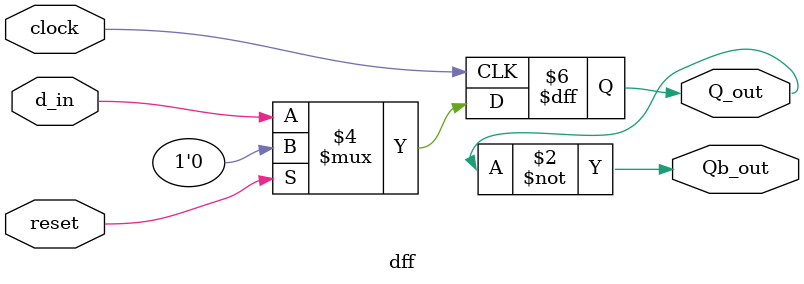
<source format=v>
module dff (clock,
	   reset,
	   d_in,
	   Q_out,
	   Qb_out);

   //Step1 : Declare Port Directions
input clock,reset,d_in;
output reg Q_out;
output Qb_out;


   /*Understand the Behaviour of D flip-flop &
   check the coding style of synchronous reset*/

   always@(posedge clock)
      begin
	 if(reset)
	    Q_out <= 1'b0;
	 else
	    Q_out <= d_in;
      end

   //Step2 : Write the logic for Qbar				
	assign Qb_out=~Q_out;
	
endmodule          



</source>
